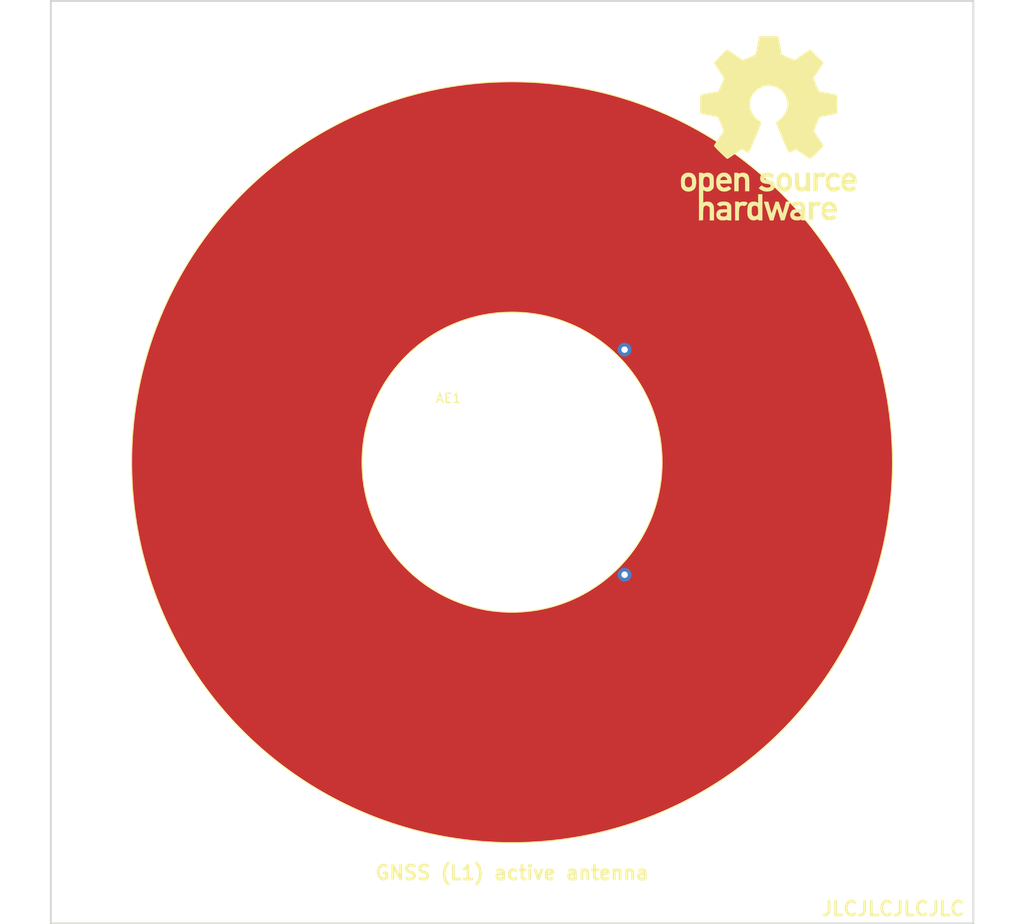
<source format=kicad_pcb>
(kicad_pcb (version 20211014) (generator pcbnew)
  (title_block (title "GNSS Ring Patch Antenna") (rev "1.0") (company "The Antenna Guy"))
  (layers (0 "F.Cu" signal) (31 "B.Cu" signal) (34 "B.Paste" user) (35 "F.Paste" user) (36 "B.SilkS" user "B.Silkscreen") (37 "F.SilkS" user "F.Silkscreen") (38 "B.Mask" user) (39 "F.Mask" user) (44 "Edge.Cuts" user))
  (net 0 "")
  (net 1 "/Port1")
  (net 2 "/Port2")
  (footprint "MountingHole:MountingHole_3.2mm_M3_ISO7380" (layer "F.Cu") (at 57.5 142.5)
    (fp_text reference "REF**")
    (fp_text value "MountingHole_3.2mm_M3_ISO7380")
    (pad "" np_thru_hole circle (at 0 0) (size 3.2 3.2) (drill 3.2) (layers *.Cu *.Mask))
  )
  (footprint "MountingHole:MountingHole_3.2mm_M3_ISO7380" (layer "F.Cu") (at 100 100)
    (fp_text reference "REF**")
    (fp_text value "MountingHole_3.2mm_M3_ISO7380")
    (pad "" np_thru_hole circle (at 0 0) (size 3.2 3.2) (drill 3.2) (layers *.Cu *.Mask))
  )
  (footprint "Symbol:OSHW-Logo_19x20mm_SilkScreen" (layer "F.Cu") (at 127.8 63.8)
    (fp_text reference "REF**" hide)
    (fp_text value "OSHW-Logo_19x20mm_SilkScreen" hide)
    (fp_poly (pts (xy -3.289475 7.95754) (xy -3.227163 7.976218) (xy -3.207075 8.017255) (xy -3.20623 8.035782) (xy -3.202625 8.087383) (xy -3.1778 8.095484) (xy -3.110737 8.060108) (xy -3.070902 8.035937) (xy -2.945227 7.984175) (xy -2.795123 7.958581) (xy -2.637737 7.956613) (xy -2.490214 7.975729) (xy -2.3697 8.013387) (xy -2.29334 8.067044) (xy -2.278281 8.134158) (xy -2.285881 8.152333) (xy -2.341282 8.227777) (xy -2.42719 8.320568) (xy -2.442728 8.335568) (xy -2.524612 8.40454) (xy -2.595263 8.426825) (xy -2.694068 8.411272) (xy -2.733652 8.400938) (xy -2.856828 8.376116) (xy -2.943436 8.387278) (xy -3.016576 8.426646) (xy -3.083574 8.479479) (xy -3.132918 8.545924) (xy -3.167209 8.638652) (xy -3.189048 8.770334) (xy -3.201034 8.953641) (xy -3.205769 9.201246) (xy -3.20623 9.350744) (xy -3.20623 9.993443) (xy -3.622623 9.993443) (xy -3.622623 7.953115) (xy -3.414426 7.953115) (xy -3.289475 7.95754)) (layer "F.SilkS") (width 0.01) (fill solid))
    (fp_poly (pts (xy 5.415107 7.95246) (xy 5.575182 7.984017) (xy 5.666312 8.030743) (xy 5.762179 8.10837) (xy 5.625787 8.280579) (xy 5.541694 8.384867) (xy 5.484592 8.435746) (xy 5.427844 8.443519) (xy 5.344811 8.418488) (xy 5.305833 8.404327) (xy 5.146926 8.383433) (xy 5.001399 8.42822) (xy 4.89456 8.529399) (xy 4.877205 8.561659) (xy 4.858303 8.647115) (xy 4.843716 8.804606) (xy 4.834126 9.022969) (xy 4.830219 9.291038) (xy 4.830164 9.329172) (xy 4.830164 9.993443) (xy 4.372131 9.993443) (xy 4.372131 7.953115) (xy 4.601148 7.953115) (xy 4.733199 7.956563) (xy 4.801992 7.971907) (xy 4.82743 8.006648) (xy 4.830164 8.039416) (xy 4.830164 8.125717) (xy 4.939878 8.039416) (xy 5.06568 7.980538) (xy 5.234681 7.951426) (xy 5.415107 7.95246)) (layer "F.SilkS") (width 0.01) (fill solid))
    (fp_poly (pts (xy 6.730842 7.963999) (xy 6.929876 8.015746) (xy 7.096561 8.122544) (xy 7.177269 8.202326) (xy 7.309568 8.390931) (xy 7.38539 8.60972) (xy 7.411438 8.878668) (xy 7.411571 8.90041) (xy 7.411803 9.119017) (xy 6.153595 9.119017) (xy 6.180415 9.233525) (xy 6.228841 9.337232) (xy 6.313596 9.44529) (xy 6.331323 9.462541) (xy 6.48368 9.555904) (xy 6.657424 9.571738) (xy 6.857411 9.510313) (xy 6.891311 9.493771) (xy 6.995288 9.443484) (xy 7.064931 9.414834) (xy 7.077083 9.412184) (xy 7.119501 9.437913) (xy 7.200399 9.500861) (xy 7.241465 9.535259) (xy 7.32656 9.614276) (xy 7.354503 9.666451) (xy 7.33511 9.714446) (xy 7.324743 9.72757) (xy 7.254531 9.785008) (xy 7.138674 9.854813) (xy 7.057869 9.895564) (xy 6.828501 9.967362) (xy 6.574564 9.990625) (xy 6.334074 9.963059) (xy 6.266721 9.943321) (xy 6.058262 9.831612) (xy 5.903746 9.659721) (xy 5.802278 9.425979) (xy 5.752965 9.128716) (xy 5.747551 8.973279) (xy 5.763359 8.746973) (xy 6.162623 8.746973) (xy 6.20124 8.763702) (xy 6.305042 8.776829) (xy 6.455956 8.784575) (xy 6.558197 8.785902) (xy 6.742101 8.784623) (xy 6.858174 8.778638) (xy 6.921852 8.764724) (xy 6.948567 8.739655) (xy 6.95377 8.70328) (xy 6.918073 8.591229) (xy 6.828196 8.480488) (xy 6.709966 8.395489) (xy 6.59169 8.360718) (xy 6.431044 8.391563) (xy 6.291978 8.480732) (xy 6.195557 8.609263) (xy 6.162623 8.746973) (xy 5.763359 8.746973) (xy 5.770572 8.643733) (xy 5.841624 8.381175) (xy 5.96221 8.183525) (xy 6.133834 8.048702) (xy 6.357998 7.974626) (xy 6.479438 7.96036) (xy 6.730842 7.963999)) (layer "F.SilkS") (width 0.01) (fill solid))
    (fp_poly (pts (xy 8.867792 4.823019) (xy 8.974414 4.848922) (xy 9.17883 4.943772) (xy 9.353625 5.088633) (xy 9.474597 5.26232) (xy 9.491217 5.301317) (xy 9.514016 5.403465) (xy 9.529975 5.554573) (xy 9.53541 5.707301) (xy 9.53541 5.996066) (xy 8.931639 5.996066) (xy 8.682619 5.997007) (xy 8.507189 6.002723) (xy 8.395665 6.01755) (xy 8.33836 6.045827) (xy 8.325588 6.09189) (xy 8.347662 6.160077) (xy 8.387205 6.239863) (xy 8.497509 6.373017) (xy 8.650792 6.439355) (xy 8.838141 6.437194) (xy 9.050363 6.364991) (xy 9.233773 6.275883) (xy 9.385962 6.39622) (xy 9.538151 6.516558) (xy 9.394974 6.648843) (xy 9.203828 6.773832) (xy 8.968753 6.849189) (xy 8.715898 6.870278) (xy 8.471413 6.83246) (xy 8.431967 6.819628) (xy 8.21709 6.707414) (xy 8.05725 6.540118) (xy 7.94908 6.312748) (xy 7.88921 6.020308) (xy 7.888513 6.01404) (xy 7.883152 5.695332) (xy 7.904823 5.581632) (xy 8.327869 5.581632) (xy 8.366722 5.599116) (xy 8.472205 5.612508) (xy 8.627707 5.620155) (xy 8.726249 5.621312) (xy 8.910013 5.620588) (xy 9.024914 5.615983) (xy 9.085366 5.603848) (xy 9.105783 5.58053) (xy 9.100581 5.542382) (xy 9.096217 5.527623) (xy 9.021724 5.388944) (xy 8.904566 5.277179) (xy 8.801173 5.228066) (xy 8.663816 5.231032) (xy 8.524629 5.292278) (xy 8.407874 5.393683) (xy 8.33781 5.517122) (xy 8.327869 5.581632) (xy 7.904823 5.581632) (xy 7.936579 5.41502) (xy 8.042572 5.17978) (xy 8.194911 4.996284) (xy 8.387374 4.871209) (xy 8.613742 4.811229) (xy 8.867792 4.823019)) (layer "F.SilkS") (width 0.01) (fill solid))
    (fp_poly (pts (xy 3.43867 7.96548) (xy 3.614179 8.008109) (xy 3.664912 8.030693) (xy 3.763254 8.089847) (xy 3.838727 8.156472) (xy 3.894571 8.242135) (xy 3.934026 8.358405) (xy 3.960332 8.516848) (xy 3.976729 8.729034) (xy 3.986457 9.006529) (xy 3.990151 9.191885) (xy 4.003745 9.993443) (xy 3.771544 9.993443) (xy 3.630677 9.987536) (xy 3.558102 9.96735) (xy 3.539344 9.933453) (xy 3.529441 9.896799) (xy 3.485166 9.903807) (xy 3.424836 9.933197) (xy 3.273803 9.978246) (xy 3.079693 9.990385) (xy 2.875531 9.970529) (xy 2.69434 9.919592) (xy 2.678089 9.912522) (xy 2.512491 9.796188) (xy 2.403324 9.634467) (xy 2.353091 9.44543) (xy 2.356928 9.377515) (xy 2.766763 9.377515) (xy 2.802875 9.468914) (xy 2.909942 9.534411) (xy 3.082684 9.569563) (xy 3.175 9.574231) (xy 3.32885 9.562282) (xy 3.431115 9.515844) (xy 3.456066 9.493771) (xy 3.523661 9.373681) (xy 3.539344 9.264754) (xy 3.539344 9.119017) (xy 3.336352 9.119017) (xy 3.100387 9.131043) (xy 2.934881 9.168871) (xy 2.830305 9.235121) (xy 2.806891 9.264656) (xy 2.766763 9.377515) (xy 2.356928 9.377515) (xy 2.364295 9.247148) (xy 2.43944 9.057692) (xy 2.541968 8.929656) (xy 2.604065 8.874302) (xy 2.664855 8.837924) (xy 2.743952 8.815744) (xy 2.860971 8.802982) (xy 3.035527 8.794857) (xy 3.104763 8.792521) (xy 3.539344 8.778321) (xy 3.538707 8.646784) (xy 3.521876 8.508519) (xy 3.461026 8.424917) (xy 3.338095 8.371507) (xy 3.334797 8.370555) (xy 3.160504 8.349555) (xy 2.989952 8.376985) (xy 2.8632 8.443689) (xy 2.812342 8.476625) (xy 2.757565 8.472068) (xy 2.673272 8.424349) (xy 2.623773 8.390671) (xy 2.526955 8.318716) (xy 2.466982 8.264779) (xy 2.457359 8.249337) (xy 2.496985 8.169424) (xy 2.614064 8.073989) (xy 2.664918 8.041789) (xy 2.811113 7.986332) (xy 3.008137 7.954913) (xy 3.226989 7.947855) (xy 3.43867 7.96548)) (layer "F.SilkS") (width 0.01) (fill solid))
    (fp_poly (pts (xy 3.289508 5.478311) (xy 3.293444 5.783698) (xy 3.307823 6.01566) (xy 3.336504 6.183786) (xy 3.383348 6.297671) (xy 3.452211 6.366905) (xy 3.546954 6.40108) (xy 3.664262 6.409811) (xy 3.787123 6.400028) (xy 3.880444 6.364287) (xy 3.948084 6.292995) (xy 3.993901 6.176561) (xy 4.021755 6.005391) (xy 4.035504 5.769896) (xy 4.039016 5.478311) (xy 4.039016 4.830164) (xy 4.497049 4.830164) (xy 4.497049 6.828853) (xy 4.268033 6.828853) (xy 4.129971 6.823258) (xy 4.058878 6.803611) (xy 4.039016 6.766313) (xy 4.027054 6.733094) (xy 3.979447 6.740121) (xy 3.883485 6.787132) (xy 3.663548 6.859654) (xy 3.430274 6.854516) (xy 3.206755 6.775766) (xy 3.100313 6.713558) (xy 3.019122 6.646204) (xy 2.959808 6.561928) (xy 2.918996 6.448957) (xy 2.893312 6.295515) (xy 2.879381 6.089827) (xy 2.873829 5.820118) (xy 2.873115 5.611551) (xy 2.873115 4.830164) (xy 3.289508 4.830164) (xy 3.289508 5.478311)) (layer "F.SilkS") (width 0.01) (fill solid))
    (fp_poly (pts (xy -4.492675 4.876526) (xy -4.451181 4.896061) (xy -4.307566 5.001263) (xy -4.171764 5.154793) (xy -4.070362 5.323845) (xy -4.04152 5.401567) (xy -4.015206 5.540398) (xy -3.999515 5.708177) (xy -3.997609 5.777459) (xy -3.997377 5.996066) (xy -5.255585 5.996066) (xy -5.228766 6.110574) (xy -5.162934 6.246004) (xy -5.047839 6.363046) (xy -4.910913 6.438442) (xy -4.823658 6.454098) (xy -4.705328 6.435099) (xy -4.564149 6.387446) (xy -4.516189 6.365521) (xy -4.338829 6.276944) (xy -4.18747 6.392391) (xy -4.100131 6.470474) (xy -4.053658 6.534922) (xy -4.051305 6.553837) (xy -4.092822 6.599681) (xy -4.18381 6.669349) (xy -4.266395 6.7237) (xy -4.489249 6.821405) (xy -4.739087 6.865628) (xy -4.98671 6.85413) (xy -5.184098 6.794029) (xy -5.387576 6.665284) (xy -5.532179 6.495774) (xy -5.622639 6.276462) (xy -5.663689 5.998309) (xy -5.667329 5.871034) (xy -5.652761 5.579375) (xy -5.650972 5.570891) (xy -5.234059 5.570891) (xy -5.222577 5.598242) (xy -5.175384 5.613324) (xy -5.078049 5.619788) (xy -4.916136 5.621285) (xy -4.85379 5.621312) (xy -4.664103 5.619052) (xy -4.543811 5.610844) (xy -4.479116 5.59455) (xy -4.45622 5.568027) (xy -4.45541 5.55951) (xy -4.48154 5.491825) (xy -4.546937 5.397005) (xy -4.575052 5.363805) (xy -4.679426 5.269906) (xy -4.788225 5.232988) (xy -4.846843 5.229902) (xy -5.005426 5.268493) (xy -5.138413 5.372155) (xy -5.222772 5.522717) (xy -5.224267 5.527623) (xy -5.234059 5.570891) (xy -5.650972 5.570891) (xy -5.604316 5.349722) (xy -5.517045 5.165983) (xy -5.410311 5.035557) (xy -5.21298 4.894131) (xy -4.981015 4.818556) (xy -4.734288 4.811724) (xy -4.492675 4.876526)) (layer "F.SilkS") (width 0.01) (fill solid))
    (fp_poly (pts (xy 7.342288 4.847602) (xy 7.583543 4.95009) (xy 7.659531 4.999981) (xy 7.756648 5.076651) (xy 7.817612 5.136936) (xy 7.828197 5.156571) (xy 7.798308 5.200142) (xy 7.721819 5.274077) (xy 7.660582 5.325679) (xy 7.492967 5.460378) (xy 7.360614 5.34901) (xy 7.258336 5.277113) (xy 7.15861 5.252296) (xy 7.044475 5.258357) (xy 6.863234 5.303418) (xy 6.738475 5.396949) (xy 6.662658 5.548154) (xy 6.62824 5.766236) (xy 6.628231 5.766373) (xy 6.631208 6.010124) (xy 6.677467 6.188966) (xy 6.769742 6.31073) (xy 6.83265 6.351964) (xy 6.999717 6.403311) (xy 7.178162 6.403342) (xy 7.333415 6.353522) (xy 7.370164 6.32918) (xy 7.46233 6.267004) (xy 7.534387 6.256813) (xy 7.612102 6.303092) (xy 7.698018 6.386212) (xy 7.834011 6.526521) (xy 7.683023 6.650978) (xy 7.44974 6.791443) (xy 7.186673 6.860666) (xy 6.91176 6.855653) (xy 6.731216 6.809755) (xy 6.520194 6.696249) (xy 6.351426 6.517685) (xy 6.274753 6.391639) (xy 6.212654 6.210791) (xy 6.181581 5.981745) (xy 6.181342 5.73351) (xy 6.211743 5.495093) (xy 6.272592 5.295503) (xy 6.282176 5.275039) (xy 6.424102 5.074341) (xy 6.616259 4.928217) (xy 6.843464 4.839698) (xy 7.090535 4.811815) (xy 7.342288 4.847602)) (layer "F.SilkS") (width 0.01) (fill solid))
    (fp_poly (pts (xy -4.583779 7.969247) (xy -4.387889 8.021514) (xy -4.238767 8.116253) (xy -4.133535 8.240338) (xy -4.100821 8.293296) (xy -4.076669 8.348768) (xy -4.059784 8.41973) (xy -4.048873 8.519154) (xy -4.04264 8.660016) (xy -4.039791 8.855289) (xy -4.039032 9.117948) (xy -4.039016 9.187633) (xy -4.039016 9.993443) (xy -4.238885 9.993443) (xy -4.36637 9.984515) (xy -4.460634 9.961896) (xy -4.484251 9.947946) (xy -4.548815 9.92387) (xy -4.614759 9.947946) (xy -4.723332 9.978003) (xy -4.881042 9.9901) (xy -5.055844 9.984851) (xy -5.215693 9.962869) (xy -5.309016 9.934663) (xy -5.489609 9.818731) (xy -5.60247 9.657847) (xy -5.653209 9.443936) (xy -5.65368 9.438443) (xy -5.649227 9.343547) (xy -5.246557 9.343547) (xy -5.211354 9.451484) (xy -5.154014 9.512229) (xy -5.038913 9.558172) (xy -4.886986 9.576512) (xy -4.732061 9.567485) (xy -4.607964 9.531332) (xy -4.573197 9.508137) (xy -4.512444 9.40096) (xy -4.497049 9.27912) (xy -4.497049 9.119017) (xy -4.727403 9.119017) (xy -4.946241 9.135863) (xy -5.112137 9.183593) (xy -5.215338 9.257986) (xy -5.246557 9.343547) (xy -5.649227 9.343547) (xy -5.642713 9.204731) (xy -5.565631 9.019946) (xy -5.420714 8.880206) (xy -5.400683 8.867495) (xy -5.31461 8.826105) (xy -5.208073 8.801041) (xy -5.059141 8.788858) (xy -4.882213 8.786057) (xy -4.497049 8.785902) (xy -4.497049 8.624443) (xy -4.513387 8.499168) (xy -4.555078 8.415241) (xy -4.559959 8.410773) (xy -4.652736 8.374059) (xy -4.792784 8.359828) (xy -4.947555 8.366821) (xy -5.084499 8.39378) (xy -5.165759 8.434212) (xy -5.20979 8.466601) (xy -5.256285 8.472784) (xy -5.320451 8.446248) (xy -5.417495 8.380479) (xy -5.562626 8.268963) (xy -5.575947 8.258516) (xy -5.569121 8.219862) (xy -5.512178 8.155572) (xy -5.42563 8.084131) (xy -5.329992 8.024021) (xy -5.299944 8.009827) (xy -5.190341 7.981503) (xy -5.029735 7.9613) (xy -4.850302 7.953196) (xy -4.841911 7.95318) (xy -4.583779 7.969247)) (layer "F.SilkS") (width 0.01) (fill solid))
    (fp_poly (pts (xy -0.66623 9.993443) (xy -0.895246 9.993443) (xy -1.028175 9.989546) (xy -1.097405 9.973407) (xy -1.122332 9.938354) (xy -1.124262 9.914653) (xy -1.128466 9.867123) (xy -1.154974 9.858008) (xy -1.224633 9.887308) (xy -1.278804 9.914653) (xy -1.486777 9.979451) (xy -1.712853 9.983201) (xy -1.896655 9.934873) (xy -2.067813 9.818118) (xy -2.198284 9.645781) (xy -2.269727 9.442506) (xy -2.271546 9.431141) (xy -2.282161 9.307136) (xy -2.28744 9.129117) (xy -2.287016 8.99448) (xy -1.832172 8.99448) (xy -1.821635 9.173428) (xy -1.797666 9.320924) (xy -1.765217 9.404217) (xy -1.642456 9.518041) (xy -1.496701 9.558845) (xy -1.346393 9.525848) (xy -1.217951 9.427422) (xy -1.169308 9.361224) (xy -1.140866 9.282231) (xy -1.127544 9.166926) (xy -1.124262 8.993736) (xy -1.130135 8.822229) (xy -1.145647 8.67154) (xy -1.167638 8.570698) (xy -1.171303 8.561659) (xy -1.259988 8.454195) (xy -1.389428 8.395195) (xy -1.534257 8.385669) (xy -1.669109 8.426626) (xy -1.768617 8.519076) (xy -1.77894 8.537473) (xy -1.81125 8.649646) (xy -1.828852 8.810934) (xy -1.832172 8.99448) (xy -2.287016 8.99448) (xy -2.2868 8.926212) (xy -2.283806 8.81701) (xy -2.263442 8.546856) (xy -2.221117 8.344024) (xy -2.150706 8.194077) (xy -2.046088 8.082579) (xy -1.944521 8.017127) (xy -1.802616 7.971117) (xy -1.626121 7.955336) (xy -1.445393 7.96819) (xy -1.290787 8.008081) (xy -1.209101 8.055801) (xy -1.124262 8.132579) (xy -1.124262 7.161967) (xy -0.66623 7.161967) (xy -0.66623 9.993443)) (layer "F.SilkS") (width 0.01) (fill solid))
    (fp_poly (pts (xy -8.40539 4.851802) (xy -8.187553 4.948108) (xy -8.022184 5.108919) (xy -7.909043 5.334482) (xy -7.847888 5.625042) (xy -7.843505 5.670408) (xy -7.84007 5.990256) (xy -7.884602 6.270614) (xy -7.974391 6.497847) (xy -8.022471 6.570941) (xy -8.189945 6.725643) (xy -8.403232 6.825838) (xy -8.641846 6.867418) (xy -8.885303 6.846272) (xy -9.07037 6.781145) (xy -9.229521 6.671393) (xy -9.359596 6.527496) (xy -9.361846 6.52413) (xy -9.41467 6.435314) (xy -9.448999 6.346005) (xy -9.469788 6.233294) (xy -9.481991 6.074273) (xy -9.487367 5.943868) (xy -9.489605 5.825611) (xy -9.073294 5.825611) (xy -9.069225 5.943335) (xy -9.054455 6.100049) (xy -9.028398 6.200621) (xy -8.981407 6.272173) (xy -8.937397 6.313971) (xy -8.781377 6.401484) (xy -8.618131 6.413179) (xy -8.466096 6.350212) (xy -8.39008 6.279653) (xy -8.335303 6.20855) (xy -8.303263 6.140512) (xy -8.2892 6.051967) (xy -8.288358 5.919339) (xy -8.292691 5.797195) (xy -8.302011 5.62271) (xy -8.316788 5.509538) (xy -8.34342 5.435721) (xy -8.388309 5.379298) (xy -8.42388 5.34705) (xy -8.572671 5.26234) (xy -8.733187 5.258117) (xy -8.86778 5.308292) (xy -8.9826 5.413075) (xy -9.051004 5.585198) (xy -9.073294 5.825611) (xy -9.489605 5.825611) (xy -9.492276 5.684548) (xy -9.483893 5.49061) (xy -9.458772 5.344745) (xy -9.413468 5.229641) (xy -9.344536 5.127986) (xy -9.318978 5.097802) (xy -9.159175 4.947412) (xy -8.987769 4.859566) (xy -8.778151 4.822762) (xy -8.675936 4.819754) (xy -8.40539 4.851802)) (layer "F.SilkS") (width 0.01) (fill solid))
    (fp_poly (pts (xy 1.096942 7.973935) (xy 1.312248 8.619344) (xy 1.527555 9.264754) (xy 1.595064 9.035738) (xy 1.635691 8.894204) (xy 1.689133 8.702936) (xy 1.746842 8.492693) (xy 1.777355 8.379918) (xy 1.892136 7.953115) (xy 2.365687 7.953115) (xy 2.224139 8.400738) (xy 2.154433 8.620903) (xy 2.070223 8.886471) (xy 1.982281 9.163492) (xy 1.903772 9.410492) (xy 1.724952 9.972623) (xy 1.531882 9.985185) (xy 1.338811 9.997746) (xy 1.234118 9.65207) (xy 1.169553 9.437335) (xy 1.099092 9.200604) (xy 1.037511 8.991526) (xy 1.035081 8.983205) (xy 0.989085 8.841537) (xy 0.948503 8.744874) (xy 0.92008 8.708321) (xy 0.914239 8.712549) (xy 0.893738 8.769217) (xy 0.854785 8.890605) (xy 0.802122 9.061448) (xy 0.740491 9.266482) (xy 0.707143 9.379262) (xy 0.526546 9.993443) (xy 0.143267 9.993443) (xy -0.163133 9.025328) (xy -0.249209 8.753759) (xy -0.32762 8.507138) (xy -0.394661 8.297048) (xy -0.446631 8.135076) (xy -0.479826 8.032808) (xy -0.489916 8.002928) (xy -0.481928 7.972334) (xy -0.419208 7.958935) (xy -0.288685 7.960275) (xy -0.268253 7.961288) (xy -0.026208 7.973935) (xy 0.132317 8.556885) (xy 0.190585 8.769486) (xy 0.242655 8.956377) (xy 0.283944 9.101331) (xy 0.309866 9.18812) (xy 0.314656 9.202269) (xy 0.334504 9.185998) (xy 0.37453 9.101697) (xy 0.430138 8.960842) (xy 0.496731 8.774911) (xy 0.553024 8.606956) (xy 0.767578 7.949209) (xy 1.096942 7.973935)) (layer "F.SilkS") (width 0.01) (fill solid))
    (fp_poly (pts (xy -6.320808 4.865166) (xy -6.233015 4.90854) (xy -6.124751 4.984122) (xy -6.045845 5.066542) (xy -5.991805 5.170037) (xy -5.958141 5.308843) (xy -5.940363 5.497194) (xy -5.93398 5.749328) (xy -5.933607 5.857724) (xy -5.934696 6.095287) (xy -5.939222 6.265068) (xy -5.949068 6.38255) (xy -5.966118 6.463215) (xy -5.992259 6.522545) (xy -6.019458 6.56302) (xy -6.19308 6.735225) (xy -6.397538 6.838806) (xy -6.618104 6.86996) (xy -6.840046 6.824885) (xy -6.91036 6.793009) (xy -7.078689 6.705271) (xy -7.078689 8.080172) (xy -6.955838 8.016643) (xy -6.793967 7.967491) (xy -6.595005 7.9549) (xy -6.396328 7.978147) (xy -6.24629 8.03037) (xy -6.121841 8.129826) (xy -6.015508 8.272143) (xy -6.007513 8.286755) (xy -5.973793 8.355582) (xy -5.949166 8.424956) (xy -5.932214 8.508996) (xy -5.921519 8.621816) (xy -5.915662 8.777533) (xy -5.913227 8.990265) (xy -5.912787 9.229664) (xy -5.912787 9.993443) (xy -6.37082 9.993443) (xy -6.37082 8.585108) (xy -6.498933 8.477308) (xy -6.632018 8.391079) (xy -6.758048 8.375401) (xy -6.884778 8.415747) (xy -6.952317 8.455254) (xy -7.002586 8.511527) (xy -7.038338 8.596572) (xy -7.062328 8.722394) (xy -7.077311 8.900998) (xy -7.08604 9.144391) (xy -7.089114 9.306394) (xy -7.099508 9.972623) (xy -7.318115 9.985209) (xy -7.536721 9.997795) (xy -7.536721 5.863464) (xy -7.078689 5.863464) (xy -7.067011 6.093953) (xy -7.027662 6.25395) (xy -6.954166 6.353497) (xy -6.840049 6.402639) (xy -6.724754 6.412459) (xy -6.594238 6.401175) (xy -6.507617 6.356764) (xy -6.453451 6.298081) (xy -6.41081 6.234962) (xy -6.385426 6.164645) (xy -6.374131 6.066123) (xy -6.37376 5.918387) (xy -6.37756 5.794683) (xy -6.386288 5.608328) (xy -6.39928 5.485982) (xy -6.421159 5.408377) (xy -6.456546 5.356245) (xy -6.489941 5.326111) (xy -6.629475 5.260399) (xy -6.794619 5.249787) (xy -6.889446 5.272423) (xy -6.983334 5.352881) (xy -7.045526 5.509392) (xy -7.075669 5.740852) (xy -7.078689 5.863464) (xy -7.536721 5.863464) (xy -7.536721 4.830164) (xy -7.307705 4.830164) (xy -7.170206 4.835602) (xy -7.099267 4.854909) (xy -7.078697 4.892576) (xy -7.078689 4.893692) (xy -7.069145 4.930581) (xy -7.027051 4.926393) (xy -6.943361 4.885859) (xy -6.748354 4.82385) (xy -6.528954 4.817332) (xy -6.320808 4.865166)) (layer "F.SilkS") (width 0.01) (fill solid))
    (fp_poly (pts (xy 2.022521 4.854805) (xy 2.233136 4.969505) (xy 2.397915 5.150574) (xy 2.475554 5.297838) (xy 2.508886 5.427907) (xy 2.530483 5.613333) (xy 2.539739 5.826939) (xy 2.536045 6.04155) (xy 2.518794 6.229991) (xy 2.498643 6.330637) (xy 2.430667 6.468323) (xy 2.312942 6.614566) (xy 2.171065 6.742452) (xy 2.030632 6.825063) (xy 2.027207 6.826373) (xy 1.852945 6.862472) (xy 1.646427 6.863365) (xy 1.450174 6.830501) (xy 1.374396 6.804161) (xy 1.179221 6.693484) (xy 1.039438 6.548478) (xy 0.947599 6.356503) (xy 0.896254 6.10492) (xy 0.884637 5.973142) (xy 0.886119 5.807553) (xy 1.332459 5.807553) (xy 1.347494 6.049177) (xy 1.390772 6.233303) (xy 1.459551 6.350949) (xy 1.50855 6.38459) (xy 1.634093 6.40805) (xy 1.783318 6.401104) (xy 1.912333 6.367345) (xy 1.946166 6.348772) (xy 2.035428 6.240599) (xy 2.094345 6.075051) (xy 2.119424 5.873581) (xy 2.107174 5.657646) (xy 2.079796 5.52769) (xy 2.001191 5.377191) (xy 1.877104 5.283114) (xy 1.727661 5.250587) (xy 1.572987 5.284738) (xy 1.454174 5.368273) (xy 1.391735 5.437193) (xy 1.355293 5.505126) (xy 1.337923 5.597064) (xy 1.332699 5.737999) (xy 1.332459 5.807553) (xy 0.886119 5.807553) (xy 0.887785 5.621495) (xy 0.945056 5.333134) (xy 1.056457 5.108049) (xy 1.221993 4.94623) (xy 1.44167 4.847666) (xy 1.488842 4.836236) (xy 1.772336 4.809406) (xy 2.022521 4.854805)) (layer "F.SilkS") (width 0.01) (fill solid))
    (fp_poly (pts (xy -2.496892 4.864563) (xy -2.39326 4.914062) (xy -2.292894 4.985561) (xy -2.216432 5.067853) (xy -2.160738 5.172811) (xy -2.122677 5.312313) (xy -2.099115 5.498233) (xy -2.086915 5.742448) (xy -2.082944 6.056833) (xy -2.082882 6.089754) (xy -2.081967 6.828853) (xy -2.54 6.828853) (xy -2.54 6.147481) (xy -2.540326 5.89505) (xy -2.542581 5.712093) (xy -2.548681 5.584807) (xy -2.560541 5.499386) (xy -2.580076 5.442026) (xy -2.609203 5.398924) (xy -2.649776 5.356334) (xy -2.791731 5.264824) (xy -2.946694 5.247843) (xy -3.094323 5.305701) (xy -3.145663 5.348763) (xy -3.183353 5.389249) (xy -3.210413 5.432607) (xy -3.228603 5.492463) (xy -3.239684 5.582441) (xy -3.245414 5.716168) (xy -3.247556 5.90727) (xy -3.247869 6.139911) (xy -3.247869 6.828853) (xy -3.705902 6.828853) (xy -3.705902 4.830164) (xy -3.476885 4.830164) (xy -3.339386 4.835602) (xy -3.268447 4.854909) (xy -3.247878 4.892576) (xy -3.247869 4.893692) (xy -3.238325 4.930581) (xy -3.196233 4.926395) (xy -3.112541 4.885861) (xy -2.922727 4.826224) (xy -2.705599 4.819591) (xy -2.496892 4.864563)) (layer "F.SilkS") (width 0.01) (fill solid))
    (fp_poly (pts (xy 5.958869 4.828231) (xy 6.102092 4.871989) (xy 6.194306 4.92728) (xy 6.224344 4.971004) (xy 6.216076 5.022834) (xy 6.162427 5.104259) (xy 6.117063 5.161927) (xy 6.023546 5.266182) (xy 5.953287 5.310045) (xy 5.893393 5.307182) (xy 5.71572 5.261967) (xy 5.585234 5.26402) (xy 5.479273 5.315261) (xy 5.4437 5.345252) (xy 5.329836 5.450778) (xy 5.329836 6.828853) (xy 4.871803 6.828853) (xy 4.871803 4.830164) (xy 5.10082 4.830164) (xy 5.238318 4.835602) (xy 5.309258 4.854909) (xy 5.329827 4.892576) (xy 5.329836 4.893692) (xy 5.33955 4.933146) (xy 5.383478 4.928) (xy 5.444344 4.899536) (xy 5.570054 4.846569) (xy 5.672134 4.814703) (xy 5.80348 4.806533) (xy 5.958869 4.828231)) (layer "F.SilkS") (width 0.01) (fill solid))
    (fp_poly (pts (xy 1.248305 -8.97404) (xy 1.436557 -7.975458) (xy 2.131183 -7.689111) (xy 2.825808 -7.402763) (xy 3.659128 -7.969414) (xy 3.892501 -8.127189) (xy 4.103457 -8.268061) (xy 4.282153 -8.385599) (xy 4.418744 -8.473371) (xy 4.503386 -8.524945) (xy 4.526437 -8.536065) (xy 4.567963 -8.507465) (xy 4.656698 -8.428396) (xy 4.782697 -8.308959) (xy 4.936014 -8.159256) (xy 5.106702 -7.989385) (xy 5.284814 -7.809449) (xy 5.460406 -7.629546) (xy 5.62353 -7.459778) (xy 5.764241 -7.310246) (xy 5.872592 -7.191048) (xy 5.938637 -7.112287) (xy 5.954426 -7.085928) (xy 5.931703 -7.037334) (xy 5.867999 -6.930874) (xy 5.770013 -6.776961) (xy 5.644441 -6.586009) (xy 5.497982 -6.368431) (xy 5.413115 -6.244329) (xy 5.258426 -6.017721) (xy 5.12097 -5.81323) (xy 5.007414 -5.641035) (xy 4.924428 -5.511315) (xy 4.878678 -5.434249) (xy 4.871803 -5.418053) (xy 4.887388 -5.372025) (xy 4.929868 -5.26475) (xy 4.992835 -5.111313) (xy 5.069879 -4.926794) (xy 5.15459 -4.726279) (xy 5.240558 -4.524848) (xy 5.321373 -4.337585) (xy 5.390627 -4.179572) (xy 5.441908 -4.065893) (xy 5.468809 -4.01163) (xy 5.470396 -4.009494) (xy 5.512635 -3.999133) (xy 5.625126 -3.976018) (xy 5.796209 -3.942421) (xy 6.014223 -3.900615) (xy 6.267509 -3.852873) (xy 6.415288 -3.825341) (xy 6.685938 -3.77381) (xy 6.930397 -3.724775) (xy 7.1363 -3.680919) (xy 7.291277 -3.644926) (xy 7.382962 -3.619479) (xy 7.401393 -3.611405) (xy 7.419445 -3.556758) (xy 7.43401 -3.433338) (xy 7.445098 -3.255577) (xy 7.452719 -3.037909) (xy 7.456884 -2.794765) (xy 7.457602 -2.540577) (xy 7.454882 -2.28978) (xy 7.448735 -2.056804) (xy 7.439171 -1.856082) (xy 7.426199 -1.702046) (xy 7.409829 -1.60913) (xy 7.400011 -1.589787) (xy 7.341323 -1.566602) (xy 7.216966 -1.533456) (xy 7.04339 -1.494242) (xy 6.837042 -1.452855) (xy 6.765011 -1.439466) (xy 6.417719 -1.375853) (xy 6.143383 -1.324622) (xy 5.932939 -1.283739) (xy 5.777322 -1.251166) (xy 5.667467 -1.224868) (xy 5.594311 -1.202808) (xy 5.548787 -1.182951) (xy 5.521833 -1.163259) (xy 5.518061 -1.159368) (xy 5.480415 -1.096676) (xy 5.422986 -0.974669) (xy 5.351508 -0.808288) (xy 5.271715 -0.612471) (xy 5.189343 -0.40216) (xy 5.110125 -0.192292) (xy 5.039796 0.002191) (xy 4.984089 0.16635) (xy 4.948741 0.285245) (xy 4.939484 0.343936) (xy 4.940256 0.345992) (xy 4.97162 0.393964) (xy 5.042774 0.499516) (xy 5.14624 0.65166) (xy 5.27454 0.83941) (xy 5.420199 1.05178) (xy 5.46168 1.11213) (xy 5.609587 1.330929) (xy 5.739739 1.530562) (xy 5.845045 1.699565) (xy 5.918416 1.826475) (xy 5.952763 1.899829) (xy 5.954426 1.908841) (xy 5.925569 1.956207) (xy 5.845831 2.050042) (xy 5.725462 2.180261) (xy 5.574713 2.336779) (xy 5.403836 2.50951) (xy 5.223079 2.688371) (xy 5.042694 2.863276) (xy 4.872932 3.02414) (xy 4.724042 3.160878) (xy 4.606276 3.263407) (xy 4.529883 3.32164) (xy 4.50875 3.331148) (xy 4.45956 3.308754) (xy 4.358847 3.248356) (xy 4.223017 3.160129) (xy 4.11851 3.089115) (xy 3.929149 2.958811) (xy 3.704899 2.805384) (xy 3.479964 2.652201) (xy 3.359032 2.570218) (xy 2.949704 2.293353) (xy 2.606102 2.479136) (xy 2.449565 2.560523) (xy 2.316454 2.623784) (xy 2.226389 2.659865) (xy 2.203463 2.664885) (xy 2.175895 2.627817) (xy 2.121508 2.523069) (xy 2.044363 2.360303) (xy 1.948518 2.149181) (xy 1.838034 1.899365) (xy 1.716971 1.620517) (xy 1.589389 1.322299) (xy 1.459347 1.014374) (xy 1.330906 0.706404) (xy 1.208126 0.40805) (xy 1.095067 0.128975) (xy 0.995788 -0.121159) (xy 0.914349 -0.33269) (xy 0.854811 -0.495957) (xy 0.821234 -0.601295) (xy 0.815834 -0.637473) (xy 0.858634 -0.683619) (xy 0.952344 -0.758528) (xy 1.077373 -0.846636) (xy 1.087867 -0.853606) (xy 1.41102 -1.112279) (xy 1.671587 -1.414062) (xy 1.86731 -1.749305) (xy 1.995932 -2.108358) (xy 2.055195 -2.481574) (xy 2.042839 -2.8593) (xy 1.956607 -3.231889) (xy 1.794241 -3.58969) (xy 1.746472 -3.667973) (xy 1.498009 -3.984081) (xy 1.204481 -4.237921) (xy 0.876047 -4.428173) (xy 0.522865 -4.553515) (xy 0.155095 -4.612628) (xy -0.217103 -4.604193) (xy -0.583571 -4.526888) (xy -0.934149 -4.379394) (xy -1.258677 -4.16039) (xy -1.359064 -4.071502) (xy -1.614551 -3.793256) (xy -1.800722 -3.500344) (xy -1.92843 -3.172014) (xy -1.999556 -2.846867) (xy -2.017114 -2.481298) (xy -1.958566 -2.113914) (xy -1.829858 -1.757134) (xy -1.636938 -1.423374) (xy -1.385752 -1.125053) (xy -1.082248 -0.874589) (xy -1.04236 -0.848187) (xy -0.915991 -0.761728) (xy -0.819927 -0.686816) (xy -0.774 -0.638985) (xy -0.773332 -0.637473) (xy -0.783192 -0.585733) (xy -0.822278 -0.468304) (xy -0.886528 -0.294846) (xy -0.97188 -0.075021) (xy -1.074273 0.181513) (xy -1.189646 0.465096) (xy -1.313937 0.766067) (xy -1.443084 1.074767) (xy -1.573026 1.381536) (xy -1.699702 1.676714) (xy -1.819049 1.95064) (xy -1.927006 2.193656) (xy -2.019512 2.396101) (xy -2.092504 2.548315) (xy -2.141923 2.640638) (xy -2.161823 2.664885) (xy -2.222634 2.646004) (xy -2.336418 2.595364) (xy -2.483555 2.522017) (xy -2.564462 2.479136) (xy -2.908065 2.293353) (xy -3.317393 2.570218) (xy -3.526346 2.712054) (xy -3.755113 2.868141) (xy -3.969491 3.015109) (xy -4.076871 3.089115) (xy -4.227898 3.190531) (xy -4.355782 3.270898) (xy -4.443842 3.320041) (xy -4.472445 3.330429) (xy -4.514076 3.302405) (xy -4.606211 3.224172) (xy -4.739918 3.103852) (xy -4.906265 2.949568) (xy -5.09632 2.769443) (xy -5.216521 2.65379) (xy -5.426815 2.447167) (xy -5.608556 2.262358) (xy -5.754397 2.10727) (xy -5.856991 1.989807) (xy -5.908991 1.917875) (xy -5.91398 1.903278) (xy -5.890829 1.847753) (xy -5.826854 1.735484) (xy -5.729153 1.577837) (xy -5.60482 1.386179) (xy -5.460954 1.171876) (xy -5.420041 1.11213) (xy -5.270967 0.894982) (xy -5.137225 0.699475) (xy -5.026291 0.536599) (xy -4.945644 0.417337) (xy -4.902759 0.352678) (xy -4.898617 0.345992) (xy -4.904812 0.294462) (xy -4.9377 0.181166) (xy -4.991545 0.021042) (xy -5.060613 -0.170968) (xy -5.139169 -0.379926) (xy -5.22148 -0.590891) (xy -5.301811 -0.788924) (xy -5.374428 -0.959084) (xy -5.433595 -1.086433) (xy -5.47358 -1.156029) (xy -5.476422 -1.159368) (xy -5.500873 -1.179258) (xy -5.542169 -1.198927) (xy -5.609377 -1.220411) (xy -5.711559 -1.245747) (xy -5.857781 -1.276971) (xy -6.057107 -1.316118) (xy -6.318603 -1.365225) (xy -6.651331 -1.426328) (xy -6.723372 -1.439466) (xy -6.936885 -1.480718) (xy -7.123022 -1.521074) (xy -7.265334 -1.556639) (xy -7.347371 -1.58352) (xy -7.358372 -1.589787) (xy -7.376498 -1.645346) (xy -7.391233 -1.769505) (xy -7.402564 -1.947831) (xy -7.410484 -2.165891) (xy -7.414981 -2.409254) (xy -7.416046 -2.663486) (xy -7.41367 -2.914155) (xy -7.407841 -3.146829) (xy -7.398551 -3.347076) (xy -7.385789 -3.500462) (xy -7.369546 -3.592556) (xy -7.359754 -3.611405) (xy -7.305239 -3.630418) (xy -7.181104 -3.66135) (xy -6.999715 -3.701518) (xy -6.77344 -3.748238) (xy -6.514647 -3.798827) (xy -6.373649 -3.825341) (xy -6.106127 -3.87535) (xy -5.867562 -3.920654) (xy -5.669614 -3.958979) (xy -5.523943 -3.988053) (xy -5.442209 -4.005603) (xy -5.428757 -4.009494) (xy -5.406021 -4.053362) (xy -5.35796 -4.159024) (xy -5.290981 -4.311387) (xy -5.21149 -4.495354) (xy -5.125892 -4.69583) (xy -5.040595 -4.897719) (xy -4.962005 -5.085927) (xy -4.896527 -5.245358) (xy -4.850569 -5.360916) (xy -4.830537 -5.417506) (xy -4.830164 -5.419979) (xy -4.852874 -5.464621) (xy -4.916541 -5.567353) (xy -5.014475 -5.717963) (xy -5.139983 -5.906243) (xy -5.286374 -6.121982) (xy -5.371475 -6.245902) (xy -5.526545 -6.473117) (xy -5.664275 -6.679405) (xy -5.777947 -6.854329) (xy -5.860839 -6.987455) (xy -5.906231 -7.068347) (xy -5.912787 -7.08648) (xy -5.884605 -7.128688) (xy -5.806696 -7.218809) (xy -5.68901 -7.346746) (xy -5.5415 -7.502404) (xy -5.374119 -7.675685) (xy -5.196819 -7.856493) (xy -5.019552 -8.034733) (xy -4.85227 -8.200307) (xy -4.704925 -8.34312) (xy -4.58747 -8.453075) (xy -4.509857 -8.520076) (xy -4.483892 -8.536065) (xy -4.441616 -8.513581) (xy -4.340499 -8.450415) (xy -4.190373 -8.352997) (xy -4.00107 -8.227757) (xy -3.782421 -8.081125) (xy -3.617489 -7.969414) (xy -2.784169 -7.402763) (xy -2.089544 -7.689111) (xy -1.394918 -7.975458) (xy -1.206666 -8.97404) (xy -1.018413 -9.972623) (xy 1.060052 -9.972623) (xy 1.248305 -8.97404)) (layer "F.SilkS") (width 0.01) (fill solid))
    (fp_poly (pts (xy 0.046418 4.823003) (xy 0.2041 4.852907) (xy 0.367685 4.915452) (xy 0.385164 4.923426) (xy 0.509217 4.988656) (xy 0.595129 5.049274) (xy 0.622898 5.088106) (xy 0.596453 5.151437) (xy 0.53222 5.244881) (xy 0.503708 5.279762) (xy 0.386211 5.417066) (xy 0.234732 5.327691) (xy 0.09057 5.268152) (xy -0.076 5.236326) (xy -0.235738 5.234316) (xy -0.359406 5.264221) (xy -0.389084 5.282886) (xy -0.445602 5.368466) (xy -0.452471 5.467049) (xy -0.41018 5.544062) (xy -0.385164 5.558998) (xy -0.310204 5.577547) (xy -0.178439 5.599348) (xy -0.016009 5.62018) (xy 0.013956 5.623447) (xy 0.27484 5.668575) (xy 0.464055 5.74523) (xy 0.589543 5.860491) (xy 0.659243 6.021435) (xy 0.680956 6.218015) (xy 0.650961 6.441473) (xy 0.553559 6.616949) (xy 0.388361 6.744758) (xy 0.154977 6.825218) (xy -0.104098 6.856962) (xy -0.315367 6.85658) (xy -0.486735 6.827749) (xy -0.60377 6.787944) (xy -0.75165 6.718587) (xy -0.888313 6.638097) (xy -0.936885 6.60267) (xy -1.061803 6.500705) (xy -0.760491 6.195813) (xy -0.589204 6.309165) (xy -0.417406 6.3943) (xy -0.233952 6.43883) (xy -0.057603 6.443528) (xy 0.092881 6.40917) (xy 0.19874 6.336529) (xy 0.232921 6.275238) (xy 0.227794 6.176941) (xy 0.142857 6.101773) (xy -0.021657 6.049866) (xy -0.201899 6.025875) (xy -0.479291 5.980104) (xy -0.685365 5.893748) (xy -0.822878 5.76428) (xy -0.894587 5.589172) (xy -0.904521 5.381565) (xy -0.855452 5.164714) (xy -0.74358 5.000805) (xy -0.567903 4.889088) (xy -0.327419 4.828814) (xy -0.149257 4.816999) (xy 0.046418 4.823003)) (layer "F.SilkS") (width 0.01) (fill solid))
  )
  (footprint "MountingHole:MountingHole_3.2mm_M3_ISO7380" (layer "F.Cu") (at 142.5 57.5)
    (fp_text reference "REF**")
    (fp_text value "MountingHole_3.2mm_M3_ISO7380")
    (pad "" np_thru_hole circle (at 0 0) (size 3.2 3.2) (drill 3.2) (layers *.Cu *.Mask))
  )
  (footprint "gnss_antenna:ring_patch_1.575GHz" (layer "F.Cu") (at 100 100 45)
    (fp_text reference "AE1" (at 0.025 -9.775 unlocked) (layer "F.SilkS"))
    (fp_text value "Antenna_Loop")
    (fp_circle (center 0 0) (end 28.75 0) (layer "F.Cu") (width 25) (fill none))
    (fp_circle (center 0 0) (end 41.25 0) (layer "F.SilkS") (width 0.12) (fill none))
    (fp_circle (center 0 0) (end 16.25 0) (layer "F.SilkS") (width 0.12) (fill none))
    (pad "1" thru_hole circle (at 0 17.25 45) (size 1.5 1.5) (drill 0.7) (layers *.Cu *.Mask) (net 1 "/Port1"))
    (pad "2" thru_hole circle (at 17.25 0 45) (size 1.5 1.5) (drill 0.7) (layers *.Cu *.Mask) (net 2 "/Port2"))
  )
  (footprint "MountingHole:MountingHole_3.2mm_M3_ISO7380" (layer "F.Cu") (at 142.5 142.5)
    (fp_text reference "REF**")
    (fp_text value "MountingHole_3.2mm_M3_ISO7380")
    (pad "" np_thru_hole circle (at 0 0) (size 3.2 3.2) (drill 3.2) (layers *.Cu *.Mask))
  )
  (footprint "MountingHole:MountingHole_3.2mm_M3_ISO7380" (layer "F.Cu") (at 57.5 57.5)
    (fp_text reference "REF**")
    (fp_text value "MountingHole_3.2mm_M3_ISO7380")
    (pad "" np_thru_hole circle (at 0 0) (size 3.2 3.2) (drill 3.2) (layers *.Cu *.Mask))
  )
  (gr_rect (start 50 50) (end 150 150) (layer "Edge.Cuts") (width 0.2) (fill none))
  (gr_text "JLCJLCJLCJLC" (at 149.2 148.4) (layer "F.SilkS") (effects (font (size 1.5 1.5) (thickness 0.3)) (justify right)))
  (gr_text "GNSS (L1) active antenna" (at 100 144.5) (layer "F.SilkS") (effects (font (size 1.5 1.5) (thickness 0.3))))
)
</source>
